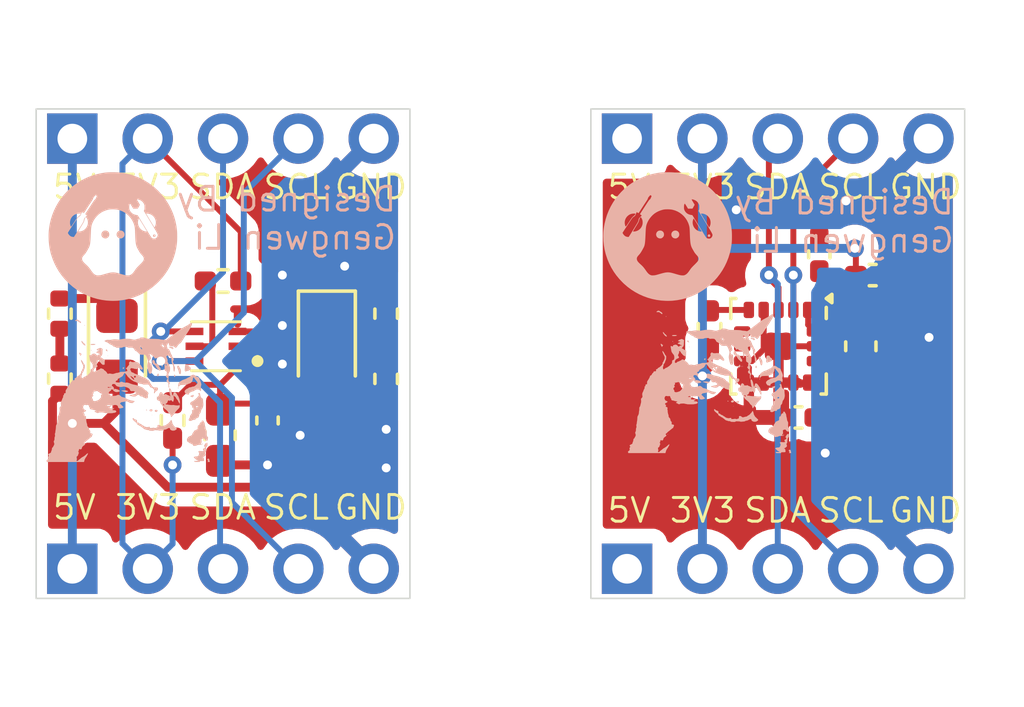
<source format=kicad_pcb>
(kicad_pcb (version 20241229) (generator "pcbnew") (generator_version "9.0")
  (layers (0 "F.Cu" mixed) (2 "B.Cu" signal) (13 "F.Paste" user) (15 "B.Paste" user) (5 "F.SilkS" user "F.Silkscreen") (7 "B.SilkS" user "B.Silkscreen") (1 "F.Mask" user) (3 "B.Mask" user) (25 "Edge.Cuts" user))
  (net 0 "")
  (net 1 "+3.3V")
  (net 2 "/scl")
  (net 3 "GND")
  (net 4 "+5V")
  (net 5 "Net-(U6-REGOUT)")
  (net 6 "/sda")
  (net 7 "Net-(U6-~{CS})")
  (net 10 "Net-(IC2-VDD)")
  (net 11 "Net-(IC2-~{INT})")
  (net 13 "Net-(D1-K)")
  (net 14 "Net-(D2-K)")
  (net 15 "Net-(R17-Pad2)")
  (net 16 "Net-(R18-Pad2)")
  (footprint "Package_LGA:LGA-16_3x3mm_P0.5mm_LayoutBorder3x5y" (layer "F.Cu") (at 126.925 112.1 -90)
    (property "Reference" "U6" (hide yes))
    (property "Value" "ICM-20602")
    (pad "1" smd roundrect (at -1.225 -1 270) (size 0.55 0.35) (layers "F.Cu" "F.Mask" "F.Paste") (net 1 "+3.3V"))
    (pad "2" smd roundrect (at -1.225 -0.5 270) (size 0.55 0.35) (layers "F.Cu" "F.Mask" "F.Paste") (net 2 "/scl"))
    (pad "3" smd roundrect (at -1.225 0 270) (size 0.55 0.35) (layers "F.Cu" "F.Mask" "F.Paste") (net 6 "/sda"))
    (pad "4" smd roundrect (at -1.225 0.5 270) (size 0.55 0.35) (layers "F.Cu" "F.Mask" "F.Paste") (net 3 "GND"))
    (pad "5" smd roundrect (at -1.225 1 270) (size 0.55 0.35) (layers "F.Cu" "F.Mask" "F.Paste") (net 7 "Net-(U6-~{CS})"))
    (pad "6" smd roundrect (at -0.5 1.225 270) (size 0.35 0.55) (layers "F.Cu" "F.Mask" "F.Paste"))
    (pad "7" smd roundrect (at 0 1.225 270) (size 0.35 0.55) (layers "F.Cu" "F.Mask" "F.Paste"))
    (pad "8" smd roundrect (at 0.5 1.225 270) (size 0.35 0.55) (layers "F.Cu" "F.Mask" "F.Paste") (net 3 "GND"))
    (pad "9" smd roundrect (at 1.225 1 270) (size 0.55 0.35) (layers "F.Cu" "F.Mask" "F.Paste") (net 3 "GND"))
    (pad "10" smd roundrect (at 1.225 0.5 270) (size 0.55 0.35) (layers "F.Cu" "F.Mask" "F.Paste") (net 3 "GND"))
    (pad "11" smd roundrect (at 1.225 0 270) (size 0.55 0.35) (layers "F.Cu" "F.Mask" "F.Paste") (net 3 "GND"))
    (pad "12" smd roundrect (at 1.225 -0.5 270) (size 0.55 0.35) (layers "F.Cu" "F.Mask" "F.Paste") (net 3 "GND"))
    (pad "13" smd roundrect (at 1.225 -1 270) (size 0.55 0.35) (layers "F.Cu" "F.Mask" "F.Paste") (net 3 "GND"))
    (pad "14" smd roundrect (at 0.5 -1.225 270) (size 0.35 0.55) (layers "F.Cu" "F.Mask" "F.Paste") (net 5 "Net-(U6-REGOUT)"))
    (pad "15" smd roundrect (at 0 -1.225 270) (size 0.35 0.55) (layers "F.Cu" "F.Mask" "F.Paste") (net 3 "GND"))
    (pad "16" smd roundrect (at -0.5 -1.225 270) (size 0.35 0.55) (layers "F.Cu" "F.Mask" "F.Paste") (net 1 "+3.3V"))
  )
  (footprint "Connector_PinHeader_2.54mm:PinHeader_1x05_P2.54mm_Vertical" (layer "F.Cu") (at 121.82 119.6 90)
    (property "Reference" "J4" (hide yes))
    (property "Value" "Conn_01x05")
    (pad "1" thru_hole rect (at 0 0 90) (size 1.7 1.7) (drill 1) (layers "*.Cu" "*.Mask") (net 4 "+5V"))
    (pad "2" thru_hole circle (at 0 2.54 90) (size 1.7 1.7) (drill 1) (layers "*.Cu" "*.Mask") (net 1 "+3.3V"))
    (pad "3" thru_hole circle (at 0 5.08 90) (size 1.7 1.7) (drill 1) (layers "*.Cu" "*.Mask") (net 6 "/sda"))
    (pad "4" thru_hole circle (at 0 7.62 90) (size 1.7 1.7) (drill 1) (layers "*.Cu" "*.Mask") (net 2 "/scl"))
    (pad "5" thru_hole circle (at 0 10.16 90) (size 1.7 1.7) (drill 1) (layers "*.Cu" "*.Mask") (net 3 "GND"))
  )
  (footprint "Connector_PinHeader_2.54mm:PinHeader_1x05_P2.54mm_Vertical" (layer "F.Cu") (at 121.82 105.1 90)
    (property "Reference" "J4" (hide yes))
    (property "Value" "Conn_01x05")
    (pad "1" thru_hole rect (at 0 0 90) (size 1.7 1.7) (drill 1) (layers "*.Cu" "*.Mask") (net 4 "+5V"))
    (pad "2" thru_hole circle (at 0 2.54 90) (size 1.7 1.7) (drill 1) (layers "*.Cu" "*.Mask") (net 1 "+3.3V"))
    (pad "3" thru_hole circle (at 0 5.08 90) (size 1.7 1.7) (drill 1) (layers "*.Cu" "*.Mask") (net 6 "/sda"))
    (pad "4" thru_hole circle (at 0 7.62 90) (size 1.7 1.7) (drill 1) (layers "*.Cu" "*.Mask") (net 2 "/scl"))
    (pad "5" thru_hole circle (at 0 10.16 90) (size 1.7 1.7) (drill 1) (layers "*.Cu" "*.Mask") (net 3 "GND"))
  )
  (footprint "Capacitor_SMD:C_0402_1005Metric_Pad0.74x0.62mm_HandSolder" (layer "F.Cu") (at 109.7 114.6 -90)
    (property "Reference" "C5" (hide yes))
    (property "Value" "0.1u")
    (pad "1" smd roundrect (at -0.5675 0 270) (size 0.735 0.62) (layers "F.Cu" "F.Mask" "F.Paste") (net 10 "Net-(IC2-VDD)"))
    (pad "2" smd roundrect (at 0.5675 0 270) (size 0.735 0.62) (layers "F.Cu" "F.Mask" "F.Paste") (net 3 "GND"))
  )
  (footprint "Resistor_SMD:R_0402_1005Metric_Pad0.72x0.64mm_HandSolder" (layer "F.Cu") (at 106.5 114.6 -90)
    (property "Reference" "R15" (hide yes))
    (property "Value" "100")
    (pad "1" smd roundrect (at -0.5975 0 270) (size 0.715 0.64) (layers "F.Cu" "F.Mask" "F.Paste") (net 10 "Net-(IC2-VDD)"))
    (pad "2" smd roundrect (at 0.5975 0 270) (size 0.715 0.64) (layers "F.Cu" "F.Mask" "F.Paste") (net 1 "+3.3V"))
  )
  (footprint "Capacitor_SMD:C_0603_1608Metric_Pad1.08x0.95mm_HandSolder" (layer "F.Cu") (at 108.1 115.1 -90)
    (property "Reference" "C4" (hide yes))
    (property "Value" "1u")
    (pad "1" smd roundrect (at -0.8625 0 270) (size 1.075 0.95) (layers "F.Cu" "F.Mask" "F.Paste") (net 10 "Net-(IC2-VDD)"))
    (pad "2" smd roundrect (at 0.8625 0 270) (size 1.075 0.95) (layers "F.Cu" "F.Mask" "F.Paste") (net 3 "GND"))
  )
  (footprint "Resistor_SMD:R_0402_1005Metric_Pad0.72x0.64mm_HandSolder" (layer "F.Cu") (at 108.2 109.9 180)
    (property "Reference" "R16" (hide yes))
    (property "Value" "4.7k")
    (pad "1" smd roundrect (at -0.5975 0 180) (size 0.715 0.64) (layers "F.Cu" "F.Mask" "F.Paste") (net 1 "+3.3V"))
    (pad "2" smd roundrect (at 0.5975 0 180) (size 0.715 0.64) (layers "F.Cu" "F.Mask" "F.Paste") (net 11 "Net-(IC2-~{INT})"))
  )
  (footprint "Resistor_SMD:R_0402_1005Metric" (layer "F.Cu") (at 113.7 113.2 -90)
    (property "Reference" "R30" (hide yes))
    (property "Value" "120")
    (pad "1" smd roundrect (at -0.51 0 270) (size 0.54 0.64) (layers "F.Cu" "F.Mask" "F.Paste") (net 15 "Net-(R17-Pad2)"))
    (pad "2" smd roundrect (at 0.51 0 270) (size 0.54 0.64) (layers "F.Cu" "F.Mask" "F.Paste") (net 3 "GND"))
  )
  (footprint "Capacitor_SMD:C_0402_1005Metric_Pad0.74x0.62mm_HandSolder" (layer "F.Cu") (at 128.3 109 90)
    (property "Reference" "C7" (hide yes))
    (property "Value" "0.1u")
    (pad "1" smd roundrect (at -0.5675 0 90) (size 0.735 0.62) (layers "F.Cu" "F.Mask" "F.Paste") (net 1 "+3.3V"))
    (pad "2" smd roundrect (at 0.5675 0 90) (size 0.735 0.62) (layers "F.Cu" "F.Mask" "F.Paste") (net 3 "GND"))
  )
  (footprint "Connector_PinHeader_2.54mm:PinHeader_1x05_P2.54mm_Vertical" (layer "F.Cu") (at 103.12 105.1 90)
    (property "Reference" "J4" (hide yes))
    (property "Value" "Conn_01x05")
    (pad "1" thru_hole rect (at 0 0 90) (size 1.7 1.7) (drill 1) (layers "*.Cu" "*.Mask") (net 4 "+5V"))
    (pad "2" thru_hole circle (at 0 2.54 90) (size 1.7 1.7) (drill 1) (layers "*.Cu" "*.Mask") (net 1 "+3.3V"))
    (pad "3" thru_hole circle (at 0 5.08 90) (size 1.7 1.7) (drill 1) (layers "*.Cu" "*.Mask") (net 6 "/sda"))
    (pad "4" thru_hole circle (at 0 7.62 90) (size 1.7 1.7) (drill 1) (layers "*.Cu" "*.Mask") (net 2 "/scl"))
    (pad "5" thru_hole circle (at 0 10.16 90) (size 1.7 1.7) (drill 1) (layers "*.Cu" "*.Mask") (net 3 "GND"))
  )
  (footprint "Capacitor_SMD:C_0603_1608Metric_Pad1.08x0.95mm_HandSolder" (layer "F.Cu") (at 129.7 112.1 -90)
    (property "Reference" "C8" (hide yes))
    (property "Value" "2.2u")
    (pad "1" smd roundrect (at -0.8625 0 270) (size 1.075 0.95) (layers "F.Cu" "F.Mask" "F.Paste") (net 1 "+3.3V"))
    (pad "2" smd roundrect (at 0.8625 0 270) (size 1.075 0.95) (layers "F.Cu" "F.Mask" "F.Paste") (net 3 "GND"))
  )
  (footprint "Resistor_SMD:R_0402_1005Metric_Pad0.72x0.64mm_HandSolder" (layer "F.Cu") (at 124.6 111.5025 90)
    (property "Reference" "R19" (hide yes))
    (property "Value" "4.7k")
    (pad "1" smd roundrect (at -0.5975 0 90) (size 0.715 0.64) (layers "F.Cu" "F.Mask" "F.Paste") (net 1 "+3.3V"))
    (pad "2" smd roundrect (at 0.5975 0 90) (size 0.715 0.64) (layers "F.Cu" "F.Mask" "F.Paste") (net 7 "Net-(U6-~{CS})"))
  )
  (footprint "Connector_PinHeader_2.54mm:PinHeader_1x05_P2.54mm_Vertical" (layer "F.Cu") (at 103.12 119.6 90)
    (property "Reference" "J4" (hide yes))
    (property "Value" "Conn_01x05")
    (pad "1" thru_hole rect (at 0 0 90) (size 1.7 1.7) (drill 1) (layers "*.Cu" "*.Mask") (net 4 "+5V"))
    (pad "2" thru_hole circle (at 0 2.54 90) (size 1.7 1.7) (drill 1) (layers "*.Cu" "*.Mask") (net 1 "+3.3V"))
    (pad "3" thru_hole circle (at 0 5.08 90) (size 1.7 1.7) (drill 1) (layers "*.Cu" "*.Mask") (net 6 "/sda"))
    (pad "4" thru_hole circle (at 0 7.62 90) (size 1.7 1.7) (drill 1) (layers "*.Cu" "*.Mask") (net 2 "/scl"))
    (pad "5" thru_hole circle (at 0 10.16 90) (size 1.7 1.7) (drill 1) (layers "*.Cu" "*.Mask") (net 3 "GND"))
  )
  (footprint "Resistor_SMD:R_0402_1005Metric" (layer "F.Cu") (at 102.7 111 -90)
    (property "Reference" "R18" (hide yes))
    (property "Value" "120")
    (pad "1" smd roundrect (at -0.51 0 270) (size 0.54 0.64) (layers "F.Cu" "F.Mask" "F.Paste") (net 14 "Net-(D2-K)"))
    (pad "2" smd roundrect (at 0.51 0 270) (size 0.54 0.64) (layers "F.Cu" "F.Mask" "F.Paste") (net 16 "Net-(R18-Pad2)"))
  )
  (footprint "ISL29125:ISL29125IROZT7" (layer "F.Cu") (at 107.9625 112.1 180)
    (property "Reference" "IC2" (hide yes))
    (property "Value" "ISL29125IROZ-T7" (hide yes))
    (pad "1" smd rect (at -0.65 -0.5 270) (size 0.25 0.75) (layers "F.Cu" "F.Mask" "F.Paste") (net 10 "Net-(IC2-VDD)"))
    (pad "2" smd rect (at -0.725 0 270) (size 0.25 0.6) (layers "F.Cu" "F.Mask" "F.Paste"))
    (pad "3" smd rect (at -0.725 0.5 270) (size 0.25 0.6) (layers "F.Cu" "F.Mask" "F.Paste") (net 3 "GND"))
    (pad "4" smd rect (at 0.725 0.5 270) (size 0.25 0.6) (layers "F.Cu" "F.Mask" "F.Paste") (net 6 "/sda"))
    (pad "5" smd rect (at 0.725 0 270) (size 0.25 0.6) (layers "F.Cu" "F.Mask" "F.Paste") (net 11 "Net-(IC2-~{INT})"))
    (pad "6" smd rect (at 0.725 -0.5 270) (size 0.25 0.6) (layers "F.Cu" "F.Mask" "F.Paste") (net 2 "/scl"))
  )
  (footprint "Resistor_SMD:R_0402_1005Metric" (layer "F.Cu") (at 102.7 113.19 -90)
    (property "Reference" "R32" (hide yes))
    (property "Value" "120" (hide yes))
    (pad "1" smd roundrect (at -0.51 0 270) (size 0.54 0.64) (layers "F.Cu" "F.Mask" "F.Paste") (net 16 "Net-(R18-Pad2)"))
    (pad "2" smd roundrect (at 0.51 0 270) (size 0.54 0.64) (layers "F.Cu" "F.Mask" "F.Paste") (net 3 "GND"))
  )
  (footprint "Resistor_SMD:R_0402_1005Metric" (layer "F.Cu") (at 113.7 111 -90)
    (property "Reference" "R17" (hide yes))
    (property "Value" "120")
    (pad "1" smd roundrect (at -0.51 0 270) (size 0.54 0.64) (layers "F.Cu" "F.Mask" "F.Paste") (net 13 "Net-(D1-K)"))
    (pad "2" smd roundrect (at 0.51 0 270) (size 0.54 0.64) (layers "F.Cu" "F.Mask" "F.Paste") (net 15 "Net-(R17-Pad2)"))
  )
  (footprint "LED_SMD:LED_0805_2012Metric_Pad1.15x1.40mm_HandSolder" (layer "F.Cu") (at 111.7 112.1 -90)
    (property "Reference" "D1" (hide yes))
    (property "Value" "WHITE")
    (pad "1" smd roundrect (at -1.025 0 270) (size 1.15 1.4) (layers "F.Cu" "F.Mask" "F.Paste") (roundrect_rratio 0.217391) (net 13 "Net-(D1-K)"))
    (pad "2" smd roundrect (at 1.025 0 270) (size 1.15 1.4) (layers "F.Cu" "F.Mask" "F.Paste") (roundrect_rratio 0.217391) (net 4 "+5V"))
  )
  (footprint "Capacitor_SMD:C_0402_1005Metric_Pad0.74x0.62mm_HandSolder" (layer "F.Cu") (at 130.1 109.7)
    (property "Reference" "C9" (hide yes))
    (property "Value" "10n")
    (pad "1" smd roundrect (at -0.5675 0) (size 0.735 0.62) (layers "F.Cu" "F.Mask" "F.Paste") (net 1 "+3.3V"))
    (pad "2" smd roundrect (at 0.5675 0) (size 0.735 0.62) (layers "F.Cu" "F.Mask" "F.Paste") (net 3 "GND"))
  )
  (footprint "LED_SMD:LED_0805_2012Metric_Pad1.15x1.40mm_HandSolder" (layer "F.Cu") (at 104.625 112.1 -90)
    (property "Reference" "D2" (hide yes))
    (property "Value" "WHITE" (hide yes))
    (pad "1" smd roundrect (at -1.025 0 270) (size 1.15 1.4) (layers "F.Cu" "F.Mask" "F.Paste") (roundrect_rratio 0.217391) (net 14 "Net-(D2-K)"))
    (pad "2" smd roundrect (at 1.025 0 270) (size 1.15 1.4) (layers "F.Cu" "F.Mask" "F.Paste") (roundrect_rratio 0.217391) (net 4 "+5V"))
  )
  (footprint "Capacitor_SMD:C_0402_1005Metric_Pad0.74x0.62mm_HandSolder" (layer "F.Cu") (at 127.6 114.5 180)
    (property "Reference" "C10" (hide yes))
    (property "Value" "0.1u")
    (pad "1" smd roundrect (at -0.5675 0 180) (size 0.735 0.62) (layers "F.Cu" "F.Mask" "F.Paste") (net 5 "Net-(U6-REGOUT)"))
    (pad "2" smd roundrect (at 0.5675 0 180) (size 0.735 0.62) (layers "F.Cu" "F.Mask" "F.Paste") (net 3 "GND"))
  )
  (footprint "LOGO" (layer "B.Cu") (at 123.2 108.4 180)
    (property "Reference" "G***" (hide yes))
    (property "Value" "LOGO" (hide yes))
  )
  (footprint "LOGO" (layer "B.Cu") (at 104.5 108.4 180)
    (property "Reference" "G***" (hide yes))
    (property "Value" "LOGO" (hide yes))
  )
  (footprint "LOGO" (layer "B.Cu") (at 105.198384 113.496251 180)
    (property "Reference" "G***" (hide yes))
    (property "Value" "LOGO" (hide yes))
  )
  (footprint "LOGO" (layer "B.Cu") (at 124.798384 113.196251 180)
    (property "Reference" "G***" (hide yes))
    (property "Value" "LOGO" (hide yes))
  )
  (gr_rect (start 101.9 104.1) (end 114.5 120.6) (stroke (width 0.05)) (fill no) (layer "Edge.Cuts"))
  (gr_rect (start 120.6 104.1) (end 133.2 120.6) (stroke (width 0.05)) (fill no) (layer "Edge.Cuts"))
  (gr_text "3V3" (at 123.2 118.1 0) (layer "F.SilkS") (effects (font (size 0.8 0.8) (thickness 0.1) (bold yes)) (justify left bottom)))
  (gr_text "SDA" (at 125.7 118.1 0) (layer "F.SilkS") (effects (font (size 0.8 0.8) (thickness 0.1) (bold yes)) (justify left bottom)))
  (gr_text "3V3" (at 104.5 118 0) (layer "F.SilkS") (effects (font (size 0.8 0.8) (thickness 0.1) (bold yes)) (justify left bottom)))
  (gr_text "GND\n" (at 111.9 118 0) (layer "F.SilkS") (effects (font (size 0.8 0.8) (thickness 0.1) (bold yes)) (justify left bottom)))
  (gr_text "5V" (at 102.4 107.2 0) (layer "F.SilkS") (effects (font (size 0.8 0.8) (thickness 0.1) (bold yes)) (justify left bottom)))
  (gr_text "5V" (at 121.1 118.1 0) (layer "F.SilkS") (effects (font (size 0.8 0.8) (thickness 0.1) (bold yes)) (justify left bottom)))
  (gr_text "SDA" (at 125.7 107.2 0) (layer "F.SilkS") (effects (font (size 0.8 0.8) (thickness 0.1) (bold yes)) (justify left bottom)))
  (gr_text "SCL\n" (at 109.5 107.2 0) (layer "F.SilkS") (effects (font (size 0.8 0.8) (thickness 0.1) (bold yes)) (justify left bottom)))
  (gr_text "5V" (at 102.4 118 0) (layer "F.SilkS") (effects (font (size 0.8 0.8) (thickness 0.1) (bold yes)) (justify left bottom)))
  (gr_text "GND\n" (at 130.6 107.2 0) (layer "F.SilkS") (effects (font (size 0.8 0.8) (thickness 0.1) (bold yes)) (justify left bottom)))
  (gr_text "3V3" (at 123.2 107.2 0) (layer "F.SilkS") (effects (font (size 0.8 0.8) (thickness 0.1) (bold yes)) (justify left bottom)))
  (gr_text "SCL\n" (at 109.5 118 0) (layer "F.SilkS") (effects (font (size 0.8 0.8) (thickness 0.1) (bold yes)) (justify left bottom)))
  (gr_text "SCL\n" (at 128.2 118.1 0) (layer "F.SilkS") (effects (font (size 0.8 0.8) (thickness 0.1) (bold yes)) (justify left bottom)))
  (gr_text "5V" (at 121.1 107.2 0) (layer "F.SilkS") (effects (font (size 0.8 0.8) (thickness 0.1) (bold yes)) (justify left bottom)))
  (gr_text "3V3" (at 104.5 107.2 0) (layer "F.SilkS") (effects (font (size 0.8 0.8) (thickness 0.1) (bold yes)) (justify left bottom)))
  (gr_text "GND\n" (at 130.6 118.1 0) (layer "F.SilkS") (effects (font (size 0.8 0.8) (thickness 0.1) (bold yes)) (justify left bottom)))
  (gr_text "SDA" (at 107 118 0) (layer "F.SilkS") (effects (font (size 0.8 0.8) (thickness 0.1) (bold yes)) (justify left bottom)))
  (gr_text "GND\n" (at 111.9 107.2 0) (layer "F.SilkS") (effects (font (size 0.8 0.8) (thickness 0.1) (bold yes)) (justify left bottom)))
  (gr_text "SDA" (at 107 107.2 0) (layer "F.SilkS") (effects (font (size 0.8 0.8) (thickness 0.1) (bold yes)) (justify left bottom)))
  (gr_text "SCL\n" (at 128.2 107.2 0) (layer "F.SilkS") (effects (font (size 0.8 0.8) (thickness 0.1) (bold yes)) (justify left bottom)))
  (gr_text "Designed By\nGengwen Li" (at 114.1 108.9 0) (layer "B.SilkS") (effects (font (size 0.8 0.8) (thickness 0.1) (bold yes)) (justify left bottom mirror)))
  (gr_text "Designed By\nGengwen Li" (at 132.9 109 0) (layer "B.SilkS") (effects (font (size 0.8 0.8) (thickness 0.1) (bold yes)) (justify left bottom mirror)))
  (segment (start 124.2025 118.9425) (end 124.36 119.1) (width 0.2) (layer "F.Cu") (net 1))
  (segment (start 129.7 111.2375) (end 128.5125 111.2375) (width 0.2) (layer "F.Cu") (net 1))
  (segment (start 106.5 115.1975) (end 106.5 116.1) (width 0.2) (layer "F.Cu") (net 1))
  (segment (start 128.5125 111.2375) (end 128.15 111.6) (width 0.2) (layer "F.Cu") (net 1))
  (segment (start 124.2025 119.4425) (end 124.36 119.6) (width 0.2) (layer "F.Cu") (net 1))
  (segment (start 129.5325 109.7) (end 128.4325 109.7) (width 0.2) (layer "F.Cu") (net 1))
  (segment (start 124.6 112.86) (end 124.36 113.1) (width 0.2) (layer "F.Cu") (net 1))
  (segment (start 129.5325 108.8325) (end 129.5 108.8) (width 0.2) (layer "F.Cu") (net 1))
  (segment (start 124.6 112.1) (end 124.6 112.86) (width 0.2) (layer "F.Cu") (net 1))
  (segment (start 129.5325 109.7) (end 129.5325 111.07) (width 0.2) (layer "F.Cu") (net 1))
  (segment (start 105.66 105.1) (end 108.7975 108.2375) (width 0.2) (layer "F.Cu") (net 1))
  (segment (start 108.7975 108.2375) (end 108.7975 109.9) (width 0.2) (layer "F.Cu") (net 1))
  (segment (start 129.5325 111.07) (end 129.7 111.2375) (width 0.2) (layer "F.Cu") (net 1))
  (segment (start 128.3 110.5) (end 128.3 109.5675) (width 0.2) (layer "F.Cu") (net 1))
  (segment (start 127.925 110.875) (end 127.925 111.375) (width 0.2) (layer "F.Cu") (net 1))
  (segment (start 128.4325 109.7) (end 128.3 109.5675) (width 0.2) (layer "F.Cu") (net 1))
  (segment (start 127.925 111.375) (end 128.15 111.6) (width 0.2) (layer "F.Cu") (net 1))
  (segment (start 127.925 110.875) (end 128.3 110.5) (width 0.2) (layer "F.Cu") (net 1))
  (segment (start 129.5325 109.7) (end 129.5325 108.8325) (width 0.2) (layer "F.Cu") (net 1))
  (via (at 129.5 108.8) (size 0.6) (drill 0.3) (layers "F.Cu" "B.Cu") (net 1))
  (via (at 106.5 116.1) (size 0.6) (drill 0.3) (layers "F.Cu" "B.Cu") (net 1))
  (via (at 124.36 113.1) (size 0.6) (drill 0.3) (layers "F.Cu" "B.Cu") (net 1))
  (segment (start 104.81 118.75) (end 105.66 119.6) (width 0.2) (layer "B.Cu") (net 1))
  (segment (start 104.81 105.95) (end 104.81 118.75) (width 0.2) (layer "B.Cu") (net 1))
  (segment (start 124.36 113.1) (end 124.36 119.6) (width 0.3) (layer "B.Cu") (net 1))
  (segment (start 106.5 118.76) (end 105.66 119.6) (width 0.2) (layer "B.Cu") (net 1))
  (segment (start 105.66 105.1) (end 104.81 105.95) (width 0.2) (layer "B.Cu") (net 1))
  (segment (start 124.36 105.1) (end 124.36 108.8) (width 0.3) (layer "B.Cu") (net 1))
  (segment (start 124.36 108.8) (end 129.5 108.8) (width 0.3) (layer "B.Cu") (net 1))
  (segment (start 124.36 108.8) (end 124.36 113.1) (width 0.3) (layer "B.Cu") (net 1))
  (segment (start 106.5 116.1) (end 106.5 118.76) (width 0.2) (layer "B.Cu") (net 1))
  (segment (start 127.425 107.115) (end 129.44 105.1) (width 0.2) (layer "F.Cu") (net 2))
  (segment (start 127.425 110.875) (end 127.425 109.7) (width 0.2) (layer "F.Cu") (net 2))
  (segment (start 127.425 109.7) (end 127.425 107.115) (width 0.2) (layer "F.Cu") (net 2))
  (segment (start 107.2375 112.6) (end 106.1 112.6) (width 0.2) (layer "F.Cu") (net 2))
  (via (at 106.1 112.6) (size 0.6) (drill 0.3) (layers "F.Cu" "B.Cu") (net 2))
  (via (at 127.425 109.7) (size 0.6) (drill 0.3) (layers "F.Cu" "B.Cu") (net 2))
  (segment (start 127.425 109.7) (end 127.425 117.585) (width 0.2) (layer "B.Cu") (net 2))
  (segment (start 108.501 113.8339) (end 108.501 117.361) (width 0.2) (layer "B.Cu") (net 2))
  (segment (start 108.9 110.9671) (end 108.9 106.94) (width 0.2) (layer "B.Cu") (net 2))
  (segment (start 108.9 106.94) (end 110.74 105.1) (width 0.2) (layer "B.Cu") (net 2))
  (segment (start 106.1 112.6) (end 107 112.6) (width 0.2) (layer "B.Cu") (net 2))
  (segment (start 107.2671 112.6) (end 108.501 113.8339) (width 0.2) (layer "B.Cu") (net 2))
  (segment (start 107.2671 112.6) (end 108.9 110.9671) (width 0.2) (layer "B.Cu") (net 2))
  (segment (start 107.2671 112.6) (end 107 112.6) (width 0.2) (layer "B.Cu") (net 2))
  (segment (start 127.425 117.585) (end 129.44 119.6) (width 0.2) (layer "B.Cu") (net 2))
  (segment (start 108.501 117.361) (end 110.74 119.6) (width 0.2) (layer "B.Cu") (net 2))
  (segment (start 125.925 113.325) (end 127.925 113.325) (width 0.2) (layer "F.Cu") (net 3))
  (segment (start 126.425 112.201848) (end 126.026848 112.6) (width 0.2) (layer "F.Cu") (net 3))
  (segment (start 128.15 112.1) (end 126.526848 112.1) (width 0.2) (layer "F.Cu") (net 3))
  (segment (start 125.7 112.6) (end 125.925 112.825) (width 0.2) (layer "F.Cu") (net 3))
  (segment (start 108.6875 111.6) (end 110 111.6) (width 0.2) (layer "F.Cu") (net 3))
  (segment (start 125.925 112.825) (end 125.925 113.325) (width 0.2) (layer "F.Cu") (net 3))
  (segment (start 108.2375 116.1) (end 108.1 115.9625) (width 0.3) (layer "F.Cu") (net 3))
  (segment (start 126.425 110.875) (end 126.425 112.201848) (width 0.2) (layer "F.Cu") (net 3))
  (segment (start 109.7 116.1) (end 108.2375 116.1) (width 0.3) (layer "F.Cu") (net 3))
  (segment (start 110 111.6) (end 110.2 111.4) (width 0.2) (layer "F.Cu") (net 3))
  (segment (start 126.026848 112.6) (end 125.7 112.6) (width 0.2) (layer "F.Cu") (net 3))
  (segment (start 126.526848 112.1) (end 126.425 112.201848) (width 0.2) (layer "F.Cu") (net 3))
  (segment (start 102.7 113.7) (end 102.451 113.949) (width 0.3) (layer "F.Cu") (net 3))
  (segment (start 102.451 113.949) (end 102.451 115.7) (width 0.3) (layer "F.Cu") (net 3))
  (via (at 112.3 109.4) (size 0.6) (drill 0.3) (layers "F.Cu" "B.Cu") (net 3))
  (via (at 125.5 107.5) (size 0.6) (drill 0.3) (layers "F.Cu" "B.Cu") (net 3))
  (via (at 109.7 116.1) (size 0.6) (drill 0.3) (layers "F.Cu" "B.Cu") (net 3))
  (via (at 132 111.8) (size 0.6) (drill 0.3) (layers "F.Cu" "B.Cu") (net 3))
  (via (at 113.7 114.9) (size 0.6) (drill 0.3) (layers "F.Cu" "B.Cu") (net 3))
  (via (at 129.2 107.2) (size 0.6) (drill 0.3) (layers "F.Cu" "B.Cu") (net 3))
  (via (at 128.5 115.7) (size 0.6) (drill 0.3) (layers "F.Cu" "B.Cu") (net 3))
  (via (at 113.7 116.2) (size 0.6) (drill 0.3) (layers "F.Cu" "B.Cu") (net 3))
  (via (at 110.2 112.7) (size 0.6) (drill 0.3) (layers "F.Cu" "B.Cu") (net 3))
  (via (at 110.8 115.1) (size 0.6) (drill 0.3) (layers "F.Cu" "B.Cu") (net 3))
  (via (at 110.2 111.4) (size 0.6) (drill 0.3) (layers "F.Cu" "B.Cu") (net 3))
  (via (at 110.2 109.7) (size 0.6) (drill 0.3) (layers "F.Cu" "B.Cu") (net 3))
  (segment (start 111.7 115.7) (end 111.7 113.125) (width 0.3) (layer "F.Cu") (net 4))
  (segment (start 121.82 119.1) (end 121.82 119.08) (width 0.3) (layer "F.Cu") (net 4))
  (segment (start 103.12 114.7) (end 104.179346 114.7) (width 0.3) (layer "F.Cu") (net 4))
  (segment (start 104.625 114.254346) (end 104.179346 114.7) (width 0.3) (layer "F.Cu") (net 4))
  (segment (start 106.330346 116.851) (end 110.549 116.851) (width 0.3) (layer "F.Cu") (net 4))
  (segment (start 103.12 119.1) (end 103.12 119.08) (width 0.3) (layer "F.Cu") (net 4))
  (segment (start 104.179346 114.7) (end 106.330346 116.851) (width 0.3) (layer "F.Cu") (net 4))
  (segment (start 110.549 116.851) (end 111.7 115.7) (width 0.3) (layer "F.Cu") (net 4))
  (segment (start 104.625 113.125) (end 104.625 114.254346) (width 0.3) (layer "F.Cu") (net 4))
  (via (at 103.12 114.7) (size 0.6) (drill 0.3) (layers "F.Cu" "B.Cu") (net 4))
  (segment (start 103.12 105.1) (end 103.12 114.7) (width 0.3) (layer "B.Cu") (net 4))
  (segment (start 103.12 114.7) (end 103.12 119.6) (width 0.3) (layer "B.Cu") (net 4))
  (segment (start 128.15 112.6) (end 128.401 112.851) (width 0.2) (layer "F.Cu") (net 5))
  (segment (start 128.401 112.851) (end 128.401 114.2665) (width 0.2) (layer "F.Cu") (net 5))
  (segment (start 128.401 114.2665) (end 128.1675 114.5) (width 0.2) (layer "F.Cu") (net 5))
  (segment (start 126.925 105.125) (end 126.9 105.1) (width 0.2) (layer "F.Cu") (net 6))
  (segment (start 107.2375 111.6) (end 106.1 111.6) (width 0.2) (layer "F.Cu") (net 6))
  (segment (start 126.6 109.7) (end 126.6 105.4) (width 0.2) (layer "F.Cu") (net 6))
  (segment (start 126.925 110.125) (end 126.6 109.8) (width 0.2) (layer "F.Cu") (net 6))
  (segment (start 126.6 105.4) (end 126.9 105.1) (width 0.2) (layer "F.Cu") (net 6))
  (segment (start 126.96 105.16) (end 126.9 105.1) (width 0.2) (layer "F.Cu") (net 6))
  (segment (start 126.6 109.8) (end 126.6 109.7) (width 0.2) (layer "F.Cu") (net 6))
  (segment (start 126.925 110.875) (end 126.925 110.125) (width 0.2) (layer "F.Cu") (net 6))
  (via (at 106.1 111.6) (size 0.6) (drill 0.3) (layers "F.Cu" "B.Cu") (net 6))
  (via (at 126.6 109.7) (size 0.6) (drill 0.3) (layers "F.Cu" "B.Cu") (net 6))
  (segment (start 108.1 114) (end 108.1 119.5) (width 0.2) (layer "B.Cu") (net 6))
  (segment (start 106.2 111.6) (end 106.1 111.6) (width 0.2) (layer "B.Cu") (net 6))
  (segment (start 108.1 119.5) (end 108.2 119.6) (width 0.2) (layer "B.Cu") (net 6))
  (segment (start 105.850057 113.2) (end 107.3 113.2) (width 0.2) (layer "B.Cu") (net 6))
  (segment (start 126.6 109.7) (end 126.9 110) (width 0.2) (layer "B.Cu") (net 6))
  (segment (start 105.499 112.201) (end 105.499 112.848943) (width 0.2) (layer "B.Cu") (net 6))
  (segment (start 105.499 112.848943) (end 105.850057 113.2) (width 0.2) (layer "B.Cu") (net 6))
  (segment (start 108.1 119) (end 108.2 119.1) (width 0.2) (layer "B.Cu") (net 6))
  (segment (start 107.3 113.2) (end 108.1 114) (width 0.2) (layer "B.Cu") (net 6))
  (segment (start 108.2 109.6) (end 106.2 111.6) (width 0.2) (layer "B.Cu") (net 6))
  (segment (start 106.1 111.6) (end 105.499 112.201) (width 0.2) (layer "B.Cu") (net 6))
  (segment (start 126.9 110) (end 126.9 119.6) (width 0.2) (layer "B.Cu") (net 6))
  (segment (start 108.2 105.1) (end 108.2 109.6) (width 0.2) (layer "B.Cu") (net 6))
  (segment (start 126.8 119) (end 126.9 119.1) (width 0.2) (layer "B.Cu") (net 6))
  (segment (start 124.63 110.875) (end 124.6 110.905) (width 0.2) (layer "F.Cu") (net 7))
  (segment (start 125.925 110.875) (end 124.63 110.875) (width 0.2) (layer "F.Cu") (net 7))
  (segment (start 108.6125 112.6) (end 108.6125 112.8875) (width 0.2) (layer "F.Cu") (net 10))
  (segment (start 108.1 113.4) (end 108.1 114.2375) (width 0.2) (layer "F.Cu") (net 10))
  (segment (start 108.6125 112.8875) (end 108.1 113.4) (width 0.2) (layer "F.Cu") (net 10))
  (segment (start 106.5 114) (end 106.5 114.0025) (width 0.2) (layer "F.Cu") (net 10))
  (segment (start 107.1 113.4) (end 106.5 114) (width 0.2) (layer "F.Cu") (net 10))
  (segment (start 109.7 114.0325) (end 108.305 114.0325) (width 0.2) (layer "F.Cu") (net 10))
  (segment (start 108.305 114.0325) (end 108.1 114.2375) (width 0.2) (layer "F.Cu") (net 10))
  (segment (start 108.1 113.4) (end 107.1 113.4) (width 0.2) (layer "F.Cu") (net 10))
  (segment (start 107.7645 112.1) (end 107.8385 112.026) (width 0.2) (layer "F.Cu") (net 11))
  (segment (start 107.2375 112.1) (end 107.7645 112.1) (width 0.2) (layer "F.Cu") (net 11))
  (segment (start 107.8385 110.136) (end 107.6025 109.9) (width 0.2) (layer "F.Cu") (net 11))
  (segment (start 107.8385 112.026) (end 107.8385 110.136) (width 0.2) (layer "F.Cu") (net 11))
  (segment (start 111.7 111.075) (end 112.025 111.075) (width 0.2) (layer "F.Cu") (net 13))
  (segment (start 112.285 110.49) (end 111.7 111.075) (width 0.3) (layer "F.Cu") (net 13))
  (segment (start 113.7 110.49) (end 112.285 110.49) (width 0.3) (layer "F.Cu") (net 13))
  (segment (start 102.7 110.49) (end 104.04 110.49) (width 0.3) (layer "F.Cu") (net 14))
  (segment (start 104.625 111.075) (end 104.175 111.075) (width 0.2) (layer "F.Cu") (net 14))
  (segment (start 104.04 110.49) (end 104.625 111.075) (width 0.3) (layer "F.Cu") (net 14))
  (segment (start 113.7 111.51) (end 113.7 112.69) (width 0.3) (layer "F.Cu") (net 15))
  (segment (start 102.7 112.68) (end 102.7 111.51) (width 0.3) (layer "F.Cu") (net 16))
  (zone (net 3) (net_name "GND") (layers "F.Cu" "B.Cu") (priority 1) (connect_pads (clearance 0.5)) (min_thickness 0.25) (fill yes (thermal_gap 0.5) (thermal_bridge_width 0.5))
    (polygon (pts (xy 120.6 104.1) (xy 133.2 104.1) (xy 133.2 120.1) (xy 120.6 120.1)))
  )
  (zone (net 3) (net_name "GND") (layers "F.Cu" "B.Cu") (priority 1) (connect_pads (clearance 0.5)) (min_thickness 0.25) (fill yes (thermal_gap 0.5) (thermal_bridge_width 0.5))
    (polygon (pts (xy 101.9 104.1) (xy 114.5 104.1) (xy 114.5 120.1) (xy 101.9 120.1)))
  )
)
</source>
